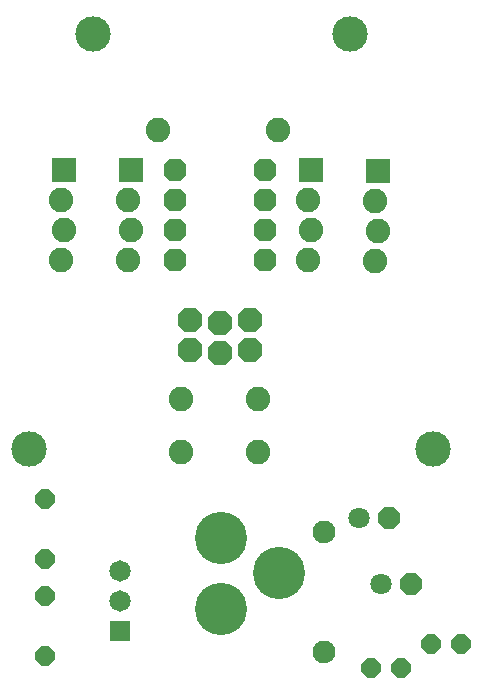
<source format=gts>
G75*
G70*
%OFA0B0*%
%FSLAX24Y24*%
%IPPOS*%
%LPD*%
%AMOC8*
5,1,8,0,0,1.08239X$1,22.5*
%
%ADD10C,0.1182*%
%ADD11OC8,0.0760*%
%ADD12OC8,0.0820*%
%ADD13C,0.0820*%
%ADD14R,0.0820X0.0820*%
%ADD15OC8,0.0640*%
%ADD16C,0.0760*%
%ADD17R,0.0714X0.0714*%
%ADD18C,0.0714*%
%ADD19OC8,0.0710*%
%ADD20C,0.0710*%
%ADD21C,0.1740*%
D10*
X001811Y008952D03*
X003935Y022789D03*
X012517Y022799D03*
X015270Y008956D03*
D11*
X009657Y015245D03*
X009657Y016245D03*
X009657Y017245D03*
X009657Y018245D03*
X006657Y018245D03*
X006657Y017245D03*
X006657Y016245D03*
X006657Y015245D03*
D12*
X007157Y013245D03*
X007157Y012245D03*
X008157Y012145D03*
X008157Y013145D03*
X009157Y013245D03*
X009157Y012245D03*
D13*
X009437Y010635D03*
X009437Y008855D03*
X006877Y008855D03*
X006877Y010635D03*
X005107Y015245D03*
X005207Y016245D03*
X005107Y017245D03*
X006095Y019580D03*
X002864Y017252D03*
X002964Y016252D03*
X002864Y015252D03*
X010095Y019580D03*
X011107Y017245D03*
X011207Y016245D03*
X011107Y015245D03*
X013352Y015232D03*
X013452Y016232D03*
X013352Y017232D03*
D14*
X013452Y018232D03*
X011207Y018245D03*
X005207Y018245D03*
X002964Y018252D03*
D15*
X002337Y002058D03*
X002337Y004058D03*
X002351Y005288D03*
X002351Y007288D03*
X013187Y001659D03*
X014187Y001659D03*
X015204Y002473D03*
X016204Y002473D03*
D16*
X011640Y002189D03*
X011640Y006189D03*
D17*
X004837Y002890D03*
D18*
X004837Y003890D03*
X004837Y004890D03*
D19*
X013799Y006659D03*
X014532Y004456D03*
D20*
X013532Y004456D03*
X012799Y006659D03*
D21*
X010132Y004833D03*
X008202Y005994D03*
X008202Y003632D03*
M02*

</source>
